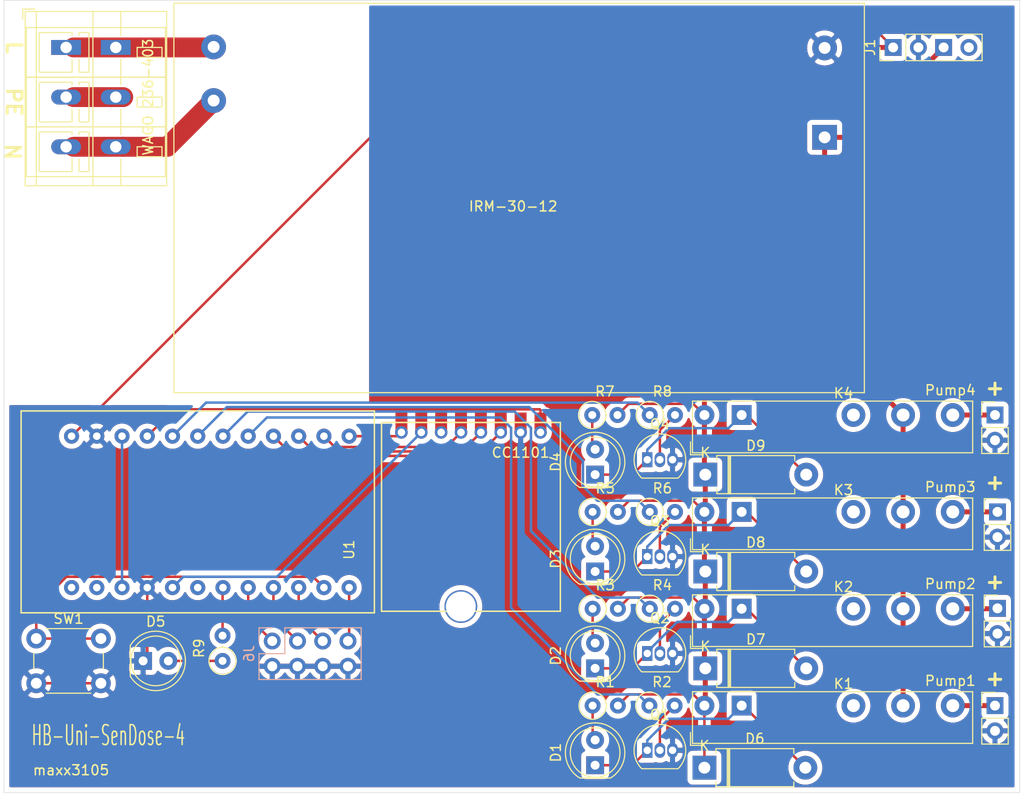
<source format=kicad_pcb>
(kicad_pcb (version 20171130) (host pcbnew "(5.1.9)-1")
  (layers (0 F.Cu signal) (31 B.Cu signal) (34 B.Paste user) (35 F.Paste user) (36 B.SilkS user) (37 F.SilkS user) (38 B.Mask user) (39 F.Mask user) (44 Edge.Cuts user))
  (net 0 "")
  (net 1 "Net-(D1-Pad2)")
  (net 2 "Net-(D1-Pad1)")
  (net 3 "Net-(D2-Pad2)")
  (net 4 "Net-(D2-Pad1)")
  (net 5 "Net-(D3-Pad2)")
  (net 6 "Net-(D3-Pad1)")
  (net 7 "Net-(D4-Pad2)")
  (net 8 "Net-(D4-Pad1)")
  (net 9 "Net-(D5-Pad2)")
  (net 10 GND)
  (net 11 +5V)
  (net 12 "Net-(J1-Pad4)")
  (net 13 "Net-(J2-Pad1)")
  (net 14 "Net-(J3-Pad1)")
  (net 15 "Net-(J4-Pad1)")
  (net 16 "Net-(J5-Pad1)")
  (net 17 /9)
  (net 18 /7)
  (net 19 /6)
  (net 20 /5)
  (net 21 "Net-(K1-Pad12)")
  (net 22 +12V)
  (net 23 "Net-(K2-Pad12)")
  (net 24 "Net-(K3-Pad12)")
  (net 25 "Net-(K4-Pad12)")
  (net 26 "Net-(PS1-Pad1)")
  (net 27 "Net-(PS1-Pad2)")
  (net 28 "Net-(Q1-Pad2)")
  (net 29 "Net-(Q2-Pad2)")
  (net 30 "Net-(Q3-Pad2)")
  (net 31 "Net-(Q4-Pad2)")
  (net 32 /A0)
  (net 33 /A1)
  (net 34 /A2)
  (net 35 /A3)
  (net 36 /4)
  (net 37 /8)
  (net 38 "Net-(U1-PadTXD)")
  (net 39 "Net-(U1-PadRXD)")
  (net 40 "Net-(U1-PadRST)")
  (net 41 /2)
  (net 42 "Net-(U1-Pad3)")
  (net 43 /10)
  (net 44 /11)
  (net 45 /12)
  (net 46 /13)
  (net 47 /VCC)
  (net 48 "Net-(U2-Pad6)")
  (module TerminalBlock_WAGO:TerminalBlock_WAGO_236-403_1x03_P5.00mm_45Degree (layer F.Cu) (at 92.25 54 270)
    (fp_text reference "WAGO 236-403" (at 5 -3.25 90) (layer F.SilkS))
    (fp_text value 236-403_334-604)
    (pad 3 thru_hole oval (at 10 5 270) (size 1.5 3) (drill 1.15) (layers *.Cu *.Mask) (net 27 "Net-(PS1-Pad2)"))
    (pad 3 thru_hole oval (at 10 0 270) (size 1.5 3) (drill 1.15) (layers *.Cu *.Mask) (net 27 "Net-(PS1-Pad2)"))
    (pad 2 thru_hole oval (at 5 5 270) (size 1.5 3) (drill 1.15) (layers *.Cu *.Mask))
    (pad 2 thru_hole oval (at 5 0 270) (size 1.5 3) (drill 1.15) (layers *.Cu *.Mask))
    (pad 1 thru_hole rect (at 0 5 270) (size 1.5 3) (drill 1.15) (layers *.Cu *.Mask) (net 26 "Net-(PS1-Pad1)"))
    (pad 1 thru_hole rect (at 0 0 270) (size 1.5 3) (drill 1.15) (layers *.Cu *.Mask) (net 26 "Net-(PS1-Pad1)"))
  )
  (module HB-Uni-SenDose-4:Converter_ACDC_MeanWell_IRM-30-xx_THT (layer F.Cu) (at 162.5 107.75 180)
    (fp_text reference IRM-30-12 (at 30.25 37.75 180) (layer F.SilkS))
    (fp_text value IRM-30-12)
    (pad 4 thru_hole circle (at 60.4 53.8) (size 2.5 2.5) (drill 1.2) (layers *.Cu *.Mask) (net 26 "Net-(PS1-Pad1)"))
    (pad 1 thru_hole rect (at -1.1 44.7) (size 2.5 2.5) (drill 1.2) (layers *.Cu *.Mask) (net 22 +12V))
    (pad 3 thru_hole circle (at 60.4 48.4) (size 2.5 2.5) (drill 1.2) (layers *.Cu *.Mask) (net 27 "Net-(PS1-Pad2)"))
    (pad 2 thru_hole circle (at -1.1 53.7) (size 2.5 2.5) (drill 1.2) (layers *.Cu *.Mask) (net 10 GND))
  )
  (module myRadioModules:CC1101_SMD_THT (layer F.Cu) (at 128 92.75 180)
    (fp_text reference U2 hide)
    (fp_text value CC1101)
    (fp_text user CC1101 (at -5 -2.032 180) (layer F.SilkS))
    (pad 1 thru_hole oval (at -7 0 180) (size 1.27 1.27) (drill 0.762) (layers *.Cu *.Mask) (net 47 /VCC))
    (pad 2 thru_hole oval (at -5 0 180) (size 1.27 1.27) (drill 0.762) (layers *.Cu *.Mask) (net 10 GND))
    (pad 3 thru_hole circle (at -3 0 180) (size 1.27 1.27) (drill 0.762) (layers *.Cu *.Mask) (net 46 /13))
    (pad 4 thru_hole circle (at -1 0 180) (size 1.27 1.27) (drill 0.762) (layers *.Cu *.Mask) (net 45 /12))
    (pad 5 thru_hole circle (at 1 0 180) (size 1.27 1.27) (drill 0.762) (layers *.Cu *.Mask) (net 44 /11))
    (pad 6 thru_hole circle (at 3 0 180) (size 1.27 1.27) (drill 0.762) (layers *.Cu *.Mask) (net 48 "Net-(U2-Pad6)"))
    (pad 7 thru_hole circle (at 5 0 180) (size 1.27 1.27) (drill 0.762) (layers *.Cu *.Mask) (net 41 /2))
    (pad 8 thru_hole circle (at 7 0 180) (size 1.27 1.27) (drill 0.762) (layers *.Cu *.Mask) (net 43 /10))
    (pad "" np_thru_hole circle (at 1.016 -17.526 180) (size 3.3 3.3) (drill 3) (layers *.Cu *.Mask))
    (pad 1 smd rect (at -7 1 180) (size 1.2 2) (layers F.Cu F.Mask) (net 47 /VCC))
    (pad 2 smd rect (at -5 1 180) (size 1.2 2) (layers F.Cu F.Mask) (net 10 GND))
    (pad 3 smd rect (at -3 1 180) (size 1.2 2) (layers F.Cu F.Mask) (net 46 /13))
    (pad 4 smd rect (at -1 1 180) (size 1.2 2) (layers F.Cu F.Mask) (net 45 /12))
    (pad 5 smd rect (at 1 1 180) (size 1.2 2) (layers F.Cu F.Mask) (net 44 /11))
    (pad 6 smd rect (at 3 1 180) (size 1.2 2) (layers F.Cu F.Mask) (net 48 "Net-(U2-Pad6)"))
    (pad 7 smd rect (at 5 1 180) (size 1.2 2) (layers F.Cu F.Mask) (net 41 /2))
    (pad 8 smd rect (at 7 1 180) (size 1.2 2) (layers F.Cu F.Mask) (net 43 /10))
  )
  (module myArduinoModules:Arduino_Pro_Mini_Outside (layer F.Cu) (at 100.5 100.75 90)
    (fp_text reference U1 (at -3.81 15.24 90) (layer F.SilkS))
    (fp_text value Arduino_Pro_Mini)
    (pad TXD thru_hole circle (at -7.62 -12.7 90) (size 1.524 1.524) (drill 0.762) (layers *.Cu *.Mask) (net 38 "Net-(U1-PadTXD)"))
    (pad RXD thru_hole circle (at -7.62 -10.16 90) (size 1.524 1.524) (drill 0.762) (layers *.Cu *.Mask) (net 39 "Net-(U1-PadRXD)"))
    (pad RST thru_hole circle (at -7.62 -7.62 90) (size 1.524 1.524) (drill 0.762) (layers *.Cu *.Mask) (net 40 "Net-(U1-PadRST)"))
    (pad GND thru_hole circle (at -7.62 -5.08 90) (size 1.524 1.524) (drill 0.762) (layers *.Cu *.Mask) (net 10 GND))
    (pad 2 thru_hole circle (at -7.62 -2.54 90) (size 1.524 1.524) (drill 0.762) (layers *.Cu *.Mask) (net 41 /2))
    (pad 3 thru_hole circle (at -7.62 0 90) (size 1.524 1.524) (drill 0.762) (layers *.Cu *.Mask) (net 42 "Net-(U1-Pad3)"))
    (pad 4 thru_hole circle (at -7.62 2.54 90) (size 1.524 1.524) (drill 0.762) (layers *.Cu *.Mask) (net 36 /4))
    (pad 5 thru_hole circle (at -7.62 5.08 90) (size 1.524 1.524) (drill 0.762) (layers *.Cu *.Mask) (net 20 /5))
    (pad 6 thru_hole circle (at -7.62 7.62 90) (size 1.524 1.524) (drill 0.762) (layers *.Cu *.Mask) (net 19 /6))
    (pad 7 thru_hole circle (at -7.62 10.16 90) (size 1.524 1.524) (drill 0.762) (layers *.Cu *.Mask) (net 18 /7))
    (pad 8 thru_hole circle (at -7.62 12.7 90) (size 1.524 1.524) (drill 0.762) (layers *.Cu *.Mask) (net 37 /8))
    (pad 9 thru_hole circle (at -7.62 15.24 90) (size 1.524 1.524) (drill 0.762) (layers *.Cu *.Mask) (net 17 /9))
    (pad 10 thru_hole circle (at 7.62 15.24 90) (size 1.524 1.524) (drill 0.762) (layers *.Cu *.Mask) (net 43 /10))
    (pad 11 thru_hole circle (at 7.62 12.7 90) (size 1.524 1.524) (drill 0.762) (layers *.Cu *.Mask) (net 44 /11))
    (pad 12 thru_hole circle (at 7.62 10.16 90) (size 1.524 1.524) (drill 0.762) (layers *.Cu *.Mask) (net 45 /12))
    (pad 13 thru_hole circle (at 7.62 7.62 90) (size 1.524 1.524) (drill 0.762) (layers *.Cu *.Mask) (net 46 /13))
    (pad A0 thru_hole circle (at 7.62 5.08 90) (size 1.524 1.524) (drill 0.762) (layers *.Cu *.Mask) (net 32 /A0))
    (pad A1 thru_hole circle (at 7.62 2.54 90) (size 1.524 1.524) (drill 0.762) (layers *.Cu *.Mask) (net 33 /A1))
    (pad A2 thru_hole circle (at 7.62 0 90) (size 1.524 1.524) (drill 0.762) (layers *.Cu *.Mask) (net 34 /A2))
    (pad A3 thru_hole circle (at 7.62 -2.54 90) (size 1.524 1.524) (drill 0.762) (layers *.Cu *.Mask) (net 35 /A3))
    (pad VCC thru_hole circle (at 7.62 -5.08 90) (size 1.524 1.524) (drill 0.762) (layers *.Cu *.Mask) (net 47 /VCC))
    (pad RST thru_hole circle (at 7.62 -7.62 90) (size 1.524 1.524) (drill 0.762) (layers *.Cu *.Mask) (net 40 "Net-(U1-PadRST)"))
    (pad GND thru_hole circle (at 7.62 -10.16 90) (size 1.524 1.524) (drill 0.762) (layers *.Cu *.Mask) (net 10 GND))
    (pad RAW thru_hole circle (at 7.62 -12.7 90) (size 1.524 1.524) (drill 0.762) (layers *.Cu *.Mask) (net 11 +5V))
  )
  (module Button_Switch_THT:SW_PUSH_6mm_H4.3mm (layer F.Cu) (at 84.25 113.5)
    (fp_text reference SW1 (at 3.25 -2) (layer F.SilkS))
    (fp_text value Config)
    (pad 1 thru_hole circle (at 6.5 0 90) (size 2 2) (drill 1.1) (layers *.Cu *.Mask) (net 37 /8))
    (pad 2 thru_hole circle (at 6.5 4.5 90) (size 2 2) (drill 1.1) (layers *.Cu *.Mask) (net 10 GND))
    (pad 1 thru_hole circle (at 0 0 90) (size 2 2) (drill 1.1) (layers *.Cu *.Mask) (net 37 /8))
    (pad 2 thru_hole circle (at 0 4.5 90) (size 2 2) (drill 1.1) (layers *.Cu *.Mask) (net 10 GND))
  )
  (module Resistor_THT:R_Axial_DIN0207_L6.3mm_D2.5mm_P2.54mm_Vertical (layer F.Cu) (at 103 115.75 90)
    (fp_text reference R9 (at 1.27 -2.37 90) (layer F.SilkS))
    (fp_text value 330)
    (pad 2 thru_hole oval (at 2.54 0 90) (size 1.6 1.6) (drill 0.8) (layers *.Cu *.Mask) (net 36 /4))
    (pad 1 thru_hole circle (at 0 0 90) (size 1.6 1.6) (drill 0.8) (layers *.Cu *.Mask) (net 9 "Net-(D5-Pad2)"))
  )
  (module Resistor_THT:R_Axial_DIN0207_L6.3mm_D2.5mm_P2.54mm_Vertical (layer F.Cu) (at 146 91)
    (fp_text reference R8 (at 1.27 -2.37) (layer F.SilkS))
    (fp_text value 100)
    (pad 2 thru_hole oval (at 2.54 0) (size 1.6 1.6) (drill 0.8) (layers *.Cu *.Mask) (net 31 "Net-(Q4-Pad2)"))
    (pad 1 thru_hole circle (at 0 0) (size 1.6 1.6) (drill 0.8) (layers *.Cu *.Mask) (net 35 /A3))
  )
  (module Resistor_THT:R_Axial_DIN0207_L6.3mm_D2.5mm_P2.54mm_Vertical (layer F.Cu) (at 140.21 91)
    (fp_text reference R7 (at 1.27 -2.37) (layer F.SilkS))
    (fp_text value 330)
    (pad 2 thru_hole oval (at 2.54 0) (size 1.6 1.6) (drill 0.8) (layers *.Cu *.Mask) (net 11 +5V))
    (pad 1 thru_hole circle (at 0 0) (size 1.6 1.6) (drill 0.8) (layers *.Cu *.Mask) (net 7 "Net-(D4-Pad2)"))
  )
  (module Resistor_THT:R_Axial_DIN0207_L6.3mm_D2.5mm_P2.54mm_Vertical (layer F.Cu) (at 146 100.75)
    (fp_text reference R6 (at 1.27 -2.37) (layer F.SilkS))
    (fp_text value 100)
    (pad 2 thru_hole oval (at 2.54 0) (size 1.6 1.6) (drill 0.8) (layers *.Cu *.Mask) (net 30 "Net-(Q3-Pad2)"))
    (pad 1 thru_hole circle (at 0 0) (size 1.6 1.6) (drill 0.8) (layers *.Cu *.Mask) (net 34 /A2))
  )
  (module Resistor_THT:R_Axial_DIN0207_L6.3mm_D2.5mm_P2.54mm_Vertical (layer F.Cu) (at 140.25 100.75)
    (fp_text reference R5 (at 1.27 -2.37) (layer F.SilkS))
    (fp_text value 330)
    (pad 2 thru_hole oval (at 2.54 0) (size 1.6 1.6) (drill 0.8) (layers *.Cu *.Mask) (net 11 +5V))
    (pad 1 thru_hole circle (at 0 0) (size 1.6 1.6) (drill 0.8) (layers *.Cu *.Mask) (net 5 "Net-(D3-Pad2)"))
  )
  (module Resistor_THT:R_Axial_DIN0207_L6.3mm_D2.5mm_P2.54mm_Vertical (layer F.Cu) (at 146 110.5)
    (fp_text reference R4 (at 1.27 -2.37) (layer F.SilkS))
    (fp_text value 100)
    (pad 2 thru_hole oval (at 2.54 0) (size 1.6 1.6) (drill 0.8) (layers *.Cu *.Mask) (net 29 "Net-(Q2-Pad2)"))
    (pad 1 thru_hole circle (at 0 0) (size 1.6 1.6) (drill 0.8) (layers *.Cu *.Mask) (net 33 /A1))
  )
  (module Resistor_THT:R_Axial_DIN0207_L6.3mm_D2.5mm_P2.54mm_Vertical (layer F.Cu) (at 140.25 110.5)
    (fp_text reference R3 (at 1.27 -2.37) (layer F.SilkS))
    (fp_text value 330)
    (pad 2 thru_hole oval (at 2.54 0) (size 1.6 1.6) (drill 0.8) (layers *.Cu *.Mask) (net 11 +5V))
    (pad 1 thru_hole circle (at 0 0) (size 1.6 1.6) (drill 0.8) (layers *.Cu *.Mask) (net 3 "Net-(D2-Pad2)"))
  )
  (module Resistor_THT:R_Axial_DIN0207_L6.3mm_D2.5mm_P2.54mm_Vertical (layer F.Cu) (at 145.96 120.25)
    (fp_text reference R2 (at 1.27 -2.37) (layer F.SilkS))
    (fp_text value 100)
    (pad 2 thru_hole oval (at 2.54 0) (size 1.6 1.6) (drill 0.8) (layers *.Cu *.Mask) (net 28 "Net-(Q1-Pad2)"))
    (pad 1 thru_hole circle (at 0 0) (size 1.6 1.6) (drill 0.8) (layers *.Cu *.Mask) (net 32 /A0))
  )
  (module Resistor_THT:R_Axial_DIN0207_L6.3mm_D2.5mm_P2.54mm_Vertical (layer F.Cu) (at 140.25 120.25)
    (fp_text reference R1 (at 1.27 -2.37) (layer F.SilkS))
    (fp_text value 330)
    (pad 2 thru_hole oval (at 2.54 0) (size 1.6 1.6) (drill 0.8) (layers *.Cu *.Mask) (net 11 +5V))
    (pad 1 thru_hole circle (at 0 0) (size 1.6 1.6) (drill 0.8) (layers *.Cu *.Mask) (net 1 "Net-(D1-Pad2)"))
  )
  (module Package_TO_SOT_THT:TO-92_Inline (layer F.Cu) (at 145.75 95.5)
    (fp_text reference Q4 (at 1.27 -3.56) (layer F.SilkS))
    (fp_text value BC547)
    (pad 1 thru_hole rect (at 0 0) (size 1.05 1.5) (drill 0.75) (layers *.Cu *.Mask) (net 8 "Net-(D4-Pad1)"))
    (pad 3 thru_hole oval (at 2.54 0) (size 1.05 1.5) (drill 0.75) (layers *.Cu *.Mask) (net 10 GND))
    (pad 2 thru_hole oval (at 1.27 0) (size 1.05 1.5) (drill 0.75) (layers *.Cu *.Mask) (net 31 "Net-(Q4-Pad2)"))
  )
  (module Package_TO_SOT_THT:TO-92_Inline (layer F.Cu) (at 145.75 105.25)
    (fp_text reference Q3 (at 1.27 -3.56) (layer F.SilkS))
    (fp_text value BC547)
    (pad 1 thru_hole rect (at 0 0) (size 1.05 1.5) (drill 0.75) (layers *.Cu *.Mask) (net 6 "Net-(D3-Pad1)"))
    (pad 3 thru_hole oval (at 2.54 0) (size 1.05 1.5) (drill 0.75) (layers *.Cu *.Mask) (net 10 GND))
    (pad 2 thru_hole oval (at 1.27 0) (size 1.05 1.5) (drill 0.75) (layers *.Cu *.Mask) (net 30 "Net-(Q3-Pad2)"))
  )
  (module Package_TO_SOT_THT:TO-92_Inline (layer F.Cu) (at 145.75 115)
    (fp_text reference Q2 (at 1.27 -3.56) (layer F.SilkS))
    (fp_text value BC547)
    (pad 1 thru_hole rect (at 0 0) (size 1.05 1.5) (drill 0.75) (layers *.Cu *.Mask) (net 4 "Net-(D2-Pad1)"))
    (pad 3 thru_hole oval (at 2.54 0) (size 1.05 1.5) (drill 0.75) (layers *.Cu *.Mask) (net 10 GND))
    (pad 2 thru_hole oval (at 1.27 0) (size 1.05 1.5) (drill 0.75) (layers *.Cu *.Mask) (net 29 "Net-(Q2-Pad2)"))
  )
  (module Package_TO_SOT_THT:TO-92_Inline (layer F.Cu) (at 145.75 124.75)
    (fp_text reference Q1 (at 1.27 -3.56) (layer F.SilkS))
    (fp_text value BC547)
    (pad 1 thru_hole rect (at 0 0) (size 1.05 1.5) (drill 0.75) (layers *.Cu *.Mask) (net 2 "Net-(D1-Pad1)"))
    (pad 3 thru_hole oval (at 2.54 0) (size 1.05 1.5) (drill 0.75) (layers *.Cu *.Mask) (net 10 GND))
    (pad 2 thru_hole oval (at 1.27 0) (size 1.05 1.5) (drill 0.75) (layers *.Cu *.Mask) (net 28 "Net-(Q1-Pad2)"))
  )
  (module Relay_THT:Relay_SPDT_Finder_34.51_Vertical (layer F.Cu) (at 155.25 91)
    (fp_text reference K4 (at 10.25 -2.2) (layer F.SilkS))
    (fp_text value "FTR LYCA 05V ")
    (pad A2 thru_hole circle (at -3.75 0) (size 2 2) (drill 1) (layers *.Cu *.Mask) (net 11 +5V))
    (pad A1 thru_hole rect (at 0 0) (size 2 2) (drill 1) (layers *.Cu *.Mask) (net 8 "Net-(D4-Pad1)"))
    (pad 12 thru_hole circle (at 11.25 0) (size 2.4 2.4) (drill 1.3) (layers *.Cu *.Mask) (net 25 "Net-(K4-Pad12)"))
    (pad 11 thru_hole circle (at 16.25 0) (size 2.4 2.4) (drill 1.3) (layers *.Cu *.Mask) (net 22 +12V))
    (pad 14 thru_hole circle (at 21.25 0) (size 2.4 2.4) (drill 1.3) (layers *.Cu *.Mask) (net 16 "Net-(J5-Pad1)"))
  )
  (module Relay_THT:Relay_SPDT_Finder_34.51_Vertical (layer F.Cu) (at 155.25 100.75)
    (fp_text reference K3 (at 10.25 -2.2) (layer F.SilkS))
    (fp_text value "FTR LYCA 05V")
    (pad A2 thru_hole circle (at -3.75 0) (size 2 2) (drill 1) (layers *.Cu *.Mask) (net 11 +5V))
    (pad A1 thru_hole rect (at 0 0) (size 2 2) (drill 1) (layers *.Cu *.Mask) (net 6 "Net-(D3-Pad1)"))
    (pad 12 thru_hole circle (at 11.25 0) (size 2.4 2.4) (drill 1.3) (layers *.Cu *.Mask) (net 24 "Net-(K3-Pad12)"))
    (pad 11 thru_hole circle (at 16.25 0) (size 2.4 2.4) (drill 1.3) (layers *.Cu *.Mask) (net 22 +12V))
    (pad 14 thru_hole circle (at 21.25 0) (size 2.4 2.4) (drill 1.3) (layers *.Cu *.Mask) (net 15 "Net-(J4-Pad1)"))
  )
  (module Relay_THT:Relay_SPDT_Finder_34.51_Vertical (layer F.Cu) (at 155.25 110.5)
    (fp_text reference K2 (at 10.25 -2.2) (layer F.SilkS))
    (fp_text value "FTR LYCA 05V")
    (pad A2 thru_hole circle (at -3.75 0) (size 2 2) (drill 1) (layers *.Cu *.Mask) (net 11 +5V))
    (pad A1 thru_hole rect (at 0 0) (size 2 2) (drill 1) (layers *.Cu *.Mask) (net 4 "Net-(D2-Pad1)"))
    (pad 12 thru_hole circle (at 11.25 0) (size 2.4 2.4) (drill 1.3) (layers *.Cu *.Mask) (net 23 "Net-(K2-Pad12)"))
    (pad 11 thru_hole circle (at 16.25 0) (size 2.4 2.4) (drill 1.3) (layers *.Cu *.Mask) (net 22 +12V))
    (pad 14 thru_hole circle (at 21.25 0) (size 2.4 2.4) (drill 1.3) (layers *.Cu *.Mask) (net 14 "Net-(J3-Pad1)"))
  )
  (module Relay_THT:Relay_SPDT_Finder_34.51_Vertical (layer F.Cu) (at 155.25 120.25)
    (fp_text reference K1 (at 10.25 -2.2) (layer F.SilkS))
    (fp_text value "FTR LYCA 05V")
    (pad A2 thru_hole circle (at -3.75 0) (size 2 2) (drill 1) (layers *.Cu *.Mask) (net 11 +5V))
    (pad A1 thru_hole rect (at 0 0) (size 2 2) (drill 1) (layers *.Cu *.Mask) (net 2 "Net-(D1-Pad1)"))
    (pad 12 thru_hole circle (at 11.25 0) (size 2.4 2.4) (drill 1.3) (layers *.Cu *.Mask) (net 21 "Net-(K1-Pad12)"))
    (pad 11 thru_hole circle (at 16.25 0) (size 2.4 2.4) (drill 1.3) (layers *.Cu *.Mask) (net 22 +12V))
    (pad 14 thru_hole circle (at 21.25 0) (size 2.4 2.4) (drill 1.3) (layers *.Cu *.Mask) (net 13 "Net-(J2-Pad1)"))
  )
  (module Connector_PinHeader_2.54mm:PinHeader_2x04_P2.54mm_Vertical (layer B.Cu) (at 108 113.75 270)
    (fp_text reference J6 (at 1.27 2.33 270) (layer B.SilkS) (effects (justify mirror)))
    (fp_text value Switch)
    (pad 8 thru_hole oval (at 2.54 -7.62 270) (size 1.7 1.7) (drill 1) (layers *.Cu *.Mask) (net 10 GND))
    (pad 7 thru_hole oval (at 0 -7.62 270) (size 1.7 1.7) (drill 1) (layers *.Cu *.Mask) (net 17 /9))
    (pad 6 thru_hole oval (at 2.54 -5.08 270) (size 1.7 1.7) (drill 1) (layers *.Cu *.Mask) (net 10 GND))
    (pad 5 thru_hole oval (at 0 -5.08 270) (size 1.7 1.7) (drill 1) (layers *.Cu *.Mask) (net 18 /7))
    (pad 4 thru_hole oval (at 2.54 -2.54 270) (size 1.7 1.7) (drill 1) (layers *.Cu *.Mask) (net 10 GND))
    (pad 3 thru_hole oval (at 0 -2.54 270) (size 1.7 1.7) (drill 1) (layers *.Cu *.Mask) (net 19 /6))
    (pad 2 thru_hole oval (at 2.54 0 270) (size 1.7 1.7) (drill 1) (layers *.Cu *.Mask) (net 10 GND))
    (pad 1 thru_hole oval (at 0 0 270) (size 1.7 1.7) (drill 1) (layers *.Cu *.Mask) (net 20 /5))
  )
  (module Connector_PinHeader_2.54mm:PinHeader_1x02_P2.54mm_Vertical (layer F.Cu) (at 180.75 91)
    (fp_text reference Pump4 (at -4.5 -2.5) (layer F.SilkS))
    (fp_text value Pump4)
    (pad 2 thru_hole oval (at 0 2.54) (size 1.7 1.7) (drill 1) (layers *.Cu *.Mask) (net 10 GND))
    (pad 1 thru_hole rect (at 0 0) (size 1.7 1.7) (drill 1) (layers *.Cu *.Mask) (net 16 "Net-(J5-Pad1)"))
  )
  (module Connector_PinHeader_2.54mm:PinHeader_1x02_P2.54mm_Vertical (layer F.Cu) (at 181 100.75)
    (fp_text reference Pump3 (at -4.75 -2.5) (layer F.SilkS))
    (fp_text value Pump3)
    (pad 2 thru_hole oval (at 0 2.54) (size 1.7 1.7) (drill 1) (layers *.Cu *.Mask) (net 10 GND))
    (pad 1 thru_hole rect (at 0 0) (size 1.7 1.7) (drill 1) (layers *.Cu *.Mask) (net 15 "Net-(J4-Pad1)"))
  )
  (module Connector_PinHeader_2.54mm:PinHeader_1x02_P2.54mm_Vertical (layer F.Cu) (at 181 110.46)
    (fp_text reference Pump2 (at -4.75 -2.46) (layer F.SilkS))
    (fp_text value Pump2)
    (pad 2 thru_hole oval (at 0 2.54) (size 1.7 1.7) (drill 1) (layers *.Cu *.Mask) (net 10 GND))
    (pad 1 thru_hole rect (at 0 0) (size 1.7 1.7) (drill 1) (layers *.Cu *.Mask) (net 14 "Net-(J3-Pad1)"))
  )
  (module Connector_PinHeader_2.54mm:PinHeader_1x02_P2.54mm_Vertical (layer F.Cu) (at 180.75 120.25)
    (fp_text reference Pump1 (at -4.5 -2.5) (layer F.SilkS))
    (fp_text value Pump1)
    (pad 2 thru_hole oval (at 0 2.54) (size 1.7 1.7) (drill 1) (layers *.Cu *.Mask) (net 10 GND))
    (pad 1 thru_hole rect (at 0 0) (size 1.7 1.7) (drill 1) (layers *.Cu *.Mask) (net 13 "Net-(J2-Pad1)"))
  )
  (module Connector_PinHeader_2.54mm:PinHeader_1x04_P2.54mm_Vertical (layer F.Cu) (at 170.5 54 90)
    (fp_text reference J1 (at 0 -2.33 90) (layer F.SilkS))
    (fp_text value "DCDC Con")
    (pad 4 thru_hole oval (at 0 7.62 90) (size 1.7 1.7) (drill 1) (layers *.Cu *.Mask) (net 12 "Net-(J1-Pad4)"))
    (pad 3 thru_hole rect (at 0 5.08 90) (size 1.7 1.7) (drill 1) (layers *.Cu *.Mask) (net 22 +12V))
    (pad 2 thru_hole oval (at 0 2.54 90) (size 1.7 1.7) (drill 1) (layers *.Cu *.Mask) (net 10 GND))
    (pad 1 thru_hole rect (at 0 0 90) (size 1.7 1.7) (drill 1) (layers *.Cu *.Mask) (net 11 +5V))
  )
  (module Diode_THT:D_DO-15_P10.16mm_Horizontal (layer F.Cu) (at 151.59 97)
    (fp_text reference D9 (at 5.08 -2.92) (layer F.SilkS))
    (fp_text value 1N4001)
    (fp_text user K (at 0 -2.2) (layer F.SilkS))
    (pad 2 thru_hole oval (at 10.16 0) (size 2.4 2.4) (drill 1.2) (layers *.Cu *.Mask) (net 8 "Net-(D4-Pad1)"))
    (pad 1 thru_hole rect (at 0 0) (size 2.4 2.4) (drill 1.2) (layers *.Cu *.Mask) (net 11 +5V))
  )
  (module Diode_THT:D_DO-15_P10.16mm_Horizontal (layer F.Cu) (at 151.59 106.75)
    (fp_text reference D8 (at 5.08 -2.92) (layer F.SilkS))
    (fp_text value 1N4001)
    (fp_text user K (at 0 -2.2) (layer F.SilkS))
    (pad 2 thru_hole oval (at 10.16 0) (size 2.4 2.4) (drill 1.2) (layers *.Cu *.Mask) (net 6 "Net-(D3-Pad1)"))
    (pad 1 thru_hole rect (at 0 0) (size 2.4 2.4) (drill 1.2) (layers *.Cu *.Mask) (net 11 +5V))
  )
  (module Diode_THT:D_DO-15_P10.16mm_Horizontal (layer F.Cu) (at 151.59 116.5)
    (fp_text reference D7 (at 5.08 -2.92) (layer F.SilkS))
    (fp_text value 1N4001)
    (fp_text user K (at 0 -2.2) (layer F.SilkS))
    (pad 2 thru_hole oval (at 10.16 0) (size 2.4 2.4) (drill 1.2) (layers *.Cu *.Mask) (net 4 "Net-(D2-Pad1)"))
    (pad 1 thru_hole rect (at 0 0) (size 2.4 2.4) (drill 1.2) (layers *.Cu *.Mask) (net 11 +5V))
  )
  (module Diode_THT:D_DO-15_P10.16mm_Horizontal (layer F.Cu) (at 151.5 126.5)
    (fp_text reference D6 (at 5.08 -2.92) (layer F.SilkS))
    (fp_text value 1N4001)
    (fp_text user K (at 0 -2.2) (layer F.SilkS))
    (pad 2 thru_hole oval (at 10.16 0) (size 2.4 2.4) (drill 1.2) (layers *.Cu *.Mask) (net 2 "Net-(D1-Pad1)"))
    (pad 1 thru_hole rect (at 0 0) (size 2.4 2.4) (drill 1.2) (layers *.Cu *.Mask) (net 11 +5V))
  )
  (module LED_THT:LED_D5.0mm (layer F.Cu) (at 95 115.75)
    (fp_text reference D5 (at 1.27 -3.96) (layer F.SilkS))
    (fp_text value LED4)
    (pad 2 thru_hole circle (at 2.54 0) (size 1.8 1.8) (drill 0.9) (layers *.Cu *.Mask) (net 9 "Net-(D5-Pad2)"))
    (pad 1 thru_hole rect (at 0 0) (size 1.8 1.8) (drill 0.9) (layers *.Cu *.Mask) (net 10 GND))
  )
  (module LED_THT:LED_D5.0mm (layer F.Cu) (at 140.5 97 90)
    (fp_text reference D4 (at 1.27 -3.96 90) (layer F.SilkS))
    (fp_text value LED3)
    (pad 2 thru_hole circle (at 2.54 0 90) (size 1.8 1.8) (drill 0.9) (layers *.Cu *.Mask) (net 7 "Net-(D4-Pad2)"))
    (pad 1 thru_hole rect (at 0 0 90) (size 1.8 1.8) (drill 0.9) (layers *.Cu *.Mask) (net 8 "Net-(D4-Pad1)"))
  )
  (module LED_THT:LED_D5.0mm (layer F.Cu) (at 140.5 106.75 90)
    (fp_text reference D3 (at 1.27 -3.96 90) (layer F.SilkS))
    (fp_text value LED2)
    (pad 2 thru_hole circle (at 2.54 0 90) (size 1.8 1.8) (drill 0.9) (layers *.Cu *.Mask) (net 5 "Net-(D3-Pad2)"))
    (pad 1 thru_hole rect (at 0 0 90) (size 1.8 1.8) (drill 0.9) (layers *.Cu *.Mask) (net 6 "Net-(D3-Pad1)"))
  )
  (module LED_THT:LED_D5.0mm (layer F.Cu) (at 140.5 116.5 90)
    (fp_text reference D2 (at 1.27 -3.96 90) (layer F.SilkS))
    (fp_text value LED1)
    (pad 2 thru_hole circle (at 2.54 0 90) (size 1.8 1.8) (drill 0.9) (layers *.Cu *.Mask) (net 3 "Net-(D2-Pad2)"))
    (pad 1 thru_hole rect (at 0 0 90) (size 1.8 1.8) (drill 0.9) (layers *.Cu *.Mask) (net 4 "Net-(D2-Pad1)"))
  )
  (module LED_THT:LED_D5.0mm (layer F.Cu) (at 140.5 126.25 90)
    (fp_text reference D1 (at 1.27 -3.96 90) (layer F.SilkS))
    (fp_text value LED)
    (pad 2 thru_hole circle (at 2.54 0 90) (size 1.8 1.8) (drill 0.9) (layers *.Cu *.Mask) (net 1 "Net-(D1-Pad2)"))
    (pad 1 thru_hole rect (at 0 0 90) (size 1.8 1.8) (drill 0.9) (layers *.Cu *.Mask) (net 2 "Net-(D1-Pad1)"))
  )
  (gr_text PE (at 82 59.5 270) (layer F.SilkS) (effects (font (size 1.5 1.5) (thickness 0.3))))
  (gr_text L (at 82 54 270) (layer F.SilkS) (effects (font (size 1.5 1.5) (thickness 0.3))))
  (gr_text N (at 82 64.5 90) (layer F.SilkS) (effects (font (size 1.5 1.5) (thickness 0.3))))
  (gr_text + (at 180.75 117.5) (layer F.SilkS) (effects (font (size 1.5 1.5) (thickness 0.3))))
  (gr_text + (at 180.75 107.75) (layer F.SilkS) (effects (font (size 1.5 1.5) (thickness 0.3))))
  (gr_text + (at 180.75 97.75) (layer F.SilkS) (effects (font (size 1.5 1.5) (thickness 0.3))))
  (gr_text + (at 180.75 88.25) (layer F.SilkS) (effects (font (size 1.5 1.5) (thickness 0.3))))
  (gr_text maxx3105 (at 87.75 126.75) (layer F.SilkS) (effects (font (size 1 1))))
  (gr_text HB-Uni-SenDose-4 (at 91.5 123.25) (layer F.SilkS) (effects (font (size 2 1))))
  (gr_line (start 183.25 129) (end 183.25 128.5) (layer Edge.Cuts) (width 0.05))
  (gr_line (start 81 129) (end 183.25 129) (layer Edge.Cuts) (width 0.05))
  (gr_line (start 81 49.25) (end 81 129) (layer Edge.Cuts) (width 0.05))
  (gr_line (start 183.25 49.25) (end 81 49.25) (layer Edge.Cuts) (width 0.05))
  (gr_line (start 183.25 128.5) (end 183.25 49.25) (layer Edge.Cuts) (width 0.05))
  (segment (start 88 59) (end 93 59) (width 2) (layer F.Cu) (net 0))
  (segment (start 140.25 123.46) (end 140.5 123.71) (width 0.25) (layer F.Cu) (net 1))
  (segment (start 140.25 120.25) (end 140.25 123.46) (width 0.25) (layer F.Cu) (net 1))
  (segment (start 144.25 126.25) (end 145.75 124.75) (width 0.25) (layer F.Cu) (net 2))
  (segment (start 140.5 126.25) (end 144.25 126.25) (width 0.25) (layer F.Cu) (net 2))
  (segment (start 155.41 120.25) (end 161.66 126.5) (width 0.25) (layer F.Cu) (net 2))
  (segment (start 155.25 120.25) (end 155.41 120.25) (width 0.25) (layer F.Cu) (net 2))
  (segment (start 153.924999 121.575001) (end 155.25 120.25) (width 0.25) (layer B.Cu) (net 2))
  (segment (start 147.924999 121.575001) (end 153.924999 121.575001) (width 0.25) (layer B.Cu) (net 2))
  (segment (start 145.75 123.75) (end 147.924999 121.575001) (width 0.25) (layer B.Cu) (net 2))
  (segment (start 145.75 124.75) (end 145.75 123.75) (width 0.25) (layer B.Cu) (net 2))
  (segment (start 140.25 113.71) (end 140.5 113.96) (width 0.25) (layer F.Cu) (net 3))
  (segment (start 140.25 110.5) (end 140.25 113.71) (width 0.25) (layer F.Cu) (net 3))
  (segment (start 144.25 116.5) (end 145.75 115) (width 0.25) (layer F.Cu) (net 4))
  (segment (start 140.5 116.5) (end 144.25 116.5) (width 0.25) (layer F.Cu) (net 4))
  (segment (start 155.75 110.5) (end 161.75 116.5) (width 0.25) (layer F.Cu) (net 4))
  (segment (start 155.25 110.5) (end 155.75 110.5) (width 0.25) (layer F.Cu) (net 4))
  (segment (start 153.924999 111.825001) (end 155.25 110.5) (width 0.25) (layer B.Cu) (net 4))
  (segment (start 148.767904 111.825001) (end 153.924999 111.825001) (width 0.25) (layer B.Cu) (net 4))
  (segment (start 146.16999 114.422915) (end 148.767904 111.825001) (width 0.25) (layer B.Cu) (net 4))
  (segment (start 146.16999 114.58001) (end 146.16999 114.422915) (width 0.25) (layer B.Cu) (net 4))
  (segment (start 145.75 115) (end 146.16999 114.58001) (width 0.25) (layer B.Cu) (net 4))
  (segment (start 140.25 103.96) (end 140.5 104.21) (width 0.25) (layer F.Cu) (net 5))
  (segment (start 140.25 100.75) (end 140.25 103.96) (width 0.25) (layer F.Cu) (net 5))
  (segment (start 144.25 106.75) (end 145.75 105.25) (width 0.25) (layer F.Cu) (net 6))
  (segment (start 140.5 106.75) (end 144.25 106.75) (width 0.25) (layer F.Cu) (net 6))
  (segment (start 155.75 100.75) (end 161.75 106.75) (width 0.25) (layer F.Cu) (net 6))
  (segment (start 155.25 100.75) (end 155.75 100.75) (width 0.25) (layer F.Cu) (net 6))
  (segment (start 153.924999 102.075001) (end 155.25 100.75) (width 0.25) (layer B.Cu) (net 6))
  (segment (start 147.924999 102.075001) (end 153.924999 102.075001) (width 0.25) (layer B.Cu) (net 6))
  (segment (start 145.75 104.25) (end 147.924999 102.075001) (width 0.25) (layer B.Cu) (net 6))
  (segment (start 145.75 105.25) (end 145.75 104.25) (width 0.25) (layer B.Cu) (net 6))
  (segment (start 140.21 94.17) (end 140.5 94.46) (width 0.25) (layer F.Cu) (net 7))
  (segment (start 140.21 91) (end 140.21 94.17) (width 0.25) (layer F.Cu) (net 7))
  (segment (start 144.25 97) (end 145.75 95.5) (width 0.25) (layer F.Cu) (net 8))
  (segment (start 140.5 97) (end 144.25 97) (width 0.25) (layer F.Cu) (net 8))
  (segment (start 155.75 91) (end 161.75 97) (width 0.25) (layer F.Cu) (net 8))
  (segment (start 155.25 91) (end 155.75 91) (width 0.25) (layer F.Cu) (net 8))
  (segment (start 153.924999 92.325001) (end 155.25 91) (width 0.25) (layer B.Cu) (net 8))
  (segment (start 147.924999 92.325001) (end 153.924999 92.325001) (width 0.25) (layer B.Cu) (net 8))
  (segment (start 145.75 94.5) (end 147.924999 92.325001) (width 0.25) (layer B.Cu) (net 8))
  (segment (start 145.75 95.5) (end 145.75 94.5) (width 0.25) (layer B.Cu) (net 8))
  (segment (start 97.54 115.75) (end 103 115.75) (width 0.25) (layer F.Cu) (net 9))
  (segment (start 95.42 115.33) (end 95 115.75) (width 0.25) (layer F.Cu) (net 10))
  (segment (start 95.42 108.37) (end 95.42 115.33) (width 0.25) (layer F.Cu) (net 10))
  (segment (start 93 115.75) (end 90.75 118) (width 0.25) (layer F.Cu) (net 10))
  (segment (start 95 115.75) (end 93 115.75) (width 0.25) (layer F.Cu) (net 10))
  (segment (start 90.75 118) (end 84.25 118) (width 0.25) (layer F.Cu) (net 10))
  (segment (start 150.374999 89.874999) (end 151.5 91) (width 0.25) (layer F.Cu) (net 11))
  (segment (start 143.875001 89.874999) (end 150.374999 89.874999) (width 0.25) (layer F.Cu) (net 11))
  (segment (start 142.75 91) (end 143.875001 89.874999) (width 0.25) (layer F.Cu) (net 11))
  (segment (start 150.374999 99.624999) (end 151.5 100.75) (width 0.25) (layer F.Cu) (net 11))
  (segment (start 143.915001 99.624999) (end 150.374999 99.624999) (width 0.25) (layer F.Cu) (net 11))
  (segment (start 142.79 100.75) (end 143.915001 99.624999) (width 0.25) (layer F.Cu) (net 11))
  (segment (start 150.374999 109.374999) (end 151.5 110.5) (width 0.25) (layer F.Cu) (net 11))
  (segment (start 143.915001 109.374999) (end 150.374999 109.374999) (width 0.25) (layer F.Cu) (net 11))
  (segment (start 142.79 110.5) (end 143.915001 109.374999) (width 0.25) (layer F.Cu) (net 11))
  (segment (start 150.374999 119.124999) (end 151.5 120.25) (width 0.25) (layer F.Cu) (net 11))
  (segment (start 143.915001 119.124999) (end 150.374999 119.124999) (width 0.25) (layer F.Cu) (net 11))
  (segment (start 142.79 120.25) (end 143.915001 119.124999) (width 0.25) (layer F.Cu) (net 11))
  (segment (start 151.5 96.91) (end 151.59 97) (width 0.25) (layer F.Cu) (net 11))
  (segment (start 151.5 91) (end 151.5 96.91) (width 0.5) (layer F.Cu) (net 11))
  (segment (start 151.59 100.66) (end 151.5 100.75) (width 0.25) (layer F.Cu) (net 11))
  (segment (start 151.59 97) (end 151.59 100.66) (width 0.5) (layer F.Cu) (net 11))
  (segment (start 151.5 106.66) (end 151.59 106.75) (width 0.25) (layer F.Cu) (net 11))
  (segment (start 151.5 100.75) (end 151.5 106.66) (width 0.5) (layer F.Cu) (net 11))
  (segment (start 151.59 110.41) (end 151.5 110.5) (width 0.25) (layer F.Cu) (net 11))
  (segment (start 151.59 106.75) (end 151.59 110.41) (width 0.5) (layer F.Cu) (net 11))
  (segment (start 151.5 116.41) (end 151.59 116.5) (width 0.25) (layer F.Cu) (net 11))
  (segment (start 151.5 110.5) (end 151.5 116.41) (width 0.5) (layer F.Cu) (net 11))
  (segment (start 151.59 120.16) (end 151.5 120.25) (width 0.25) (layer F.Cu) (net 11))
  (segment (start 151.59 116.5) (end 151.59 120.16) (width 0.5) (layer F.Cu) (net 11))
  (segment (start 151.5 120.25) (end 151.5 126.5) (width 0.25) (layer F.Cu) (net 11))
  (segment (start 151.5 91) (end 151.5 72.064998) (width 0.5) (layer F.Cu) (net 11))
  (segment (start 128.93 52) (end 87.8 93.13) (width 0.25) (layer F.Cu) (net 11))
  (segment (start 130.43 50.5) (end 128.93 52) (width 0.25) (layer F.Cu) (net 11))
  (segment (start 167 50.5) (end 130.43 50.5) (width 0.25) (layer F.Cu) (net 11))
  (segment (start 170.5 54) (end 167 50.5) (width 0.25) (layer F.Cu) (net 11))
  (segment (start 170.5 54) (end 168.25 54) (width 0.5) (layer F.Cu) (net 11))
  (segment (start 168.25 54) (end 151.5 70.75) (width 0.5) (layer F.Cu) (net 11))
  (segment (start 151.5 70.75) (end 151.5 72.064998) (width 0.5) (layer F.Cu) (net 11))
  (segment (start 176.5 120.25) (end 180.75 120.25) (width 0.5) (layer F.Cu) (net 13))
  (segment (start 180.96 110.5) (end 181 110.46) (width 0.25) (layer F.Cu) (net 14))
  (segment (start 176.5 110.5) (end 180.96 110.5) (width 0.5) (layer F.Cu) (net 14))
  (segment (start 176.5 100.75) (end 181 100.75) (width 0.5) (layer F.Cu) (net 15))
  (segment (start 176.5 91) (end 180.75 91) (width 0.5) (layer F.Cu) (net 16))
  (segment (start 115.74 113.63) (end 115.62 113.75) (width 0.25) (layer F.Cu) (net 17))
  (segment (start 115.74 108.37) (end 115.74 113.63) (width 0.25) (layer F.Cu) (net 17))
  (segment (start 110.66 111.33) (end 113.08 113.75) (width 0.25) (layer F.Cu) (net 18))
  (segment (start 110.66 108.37) (end 110.66 111.33) (width 0.25) (layer F.Cu) (net 18))
  (segment (start 108.12 111.33) (end 110.54 113.75) (width 0.25) (layer F.Cu) (net 19))
  (segment (start 108.12 108.37) (end 108.12 111.33) (width 0.25) (layer F.Cu) (net 19))
  (segment (start 105.58 111.33) (end 108 113.75) (width 0.25) (layer F.Cu) (net 20))
  (segment (start 105.58 108.37) (end 105.58 111.33) (width 0.25) (layer F.Cu) (net 20))
  (segment (start 163.6 63.05) (end 163.6 83.1) (width 0.5) (layer F.Cu) (net 22))
  (segment (start 171.5 91) (end 171.5 100.75) (width 0.5) (layer F.Cu) (net 22))
  (segment (start 171.5 100.75) (end 171.5 110.5) (width 0.5) (layer F.Cu) (net 22))
  (segment (start 171.5 110.5) (end 171.5 120.25) (width 0.5) (layer F.Cu) (net 22))
  (segment (start 166.53 63.05) (end 175.58 54) (width 0.5) (layer F.Cu) (net 22))
  (segment (start 163.6 63.05) (end 166.53 63.05) (width 0.5) (layer F.Cu) (net 22))
  (segment (start 163.6 83.1) (end 171.5 91) (width 0.5) (layer F.Cu) (net 22))
  (segment (start 88 54) (end 93 54) (width 2) (layer F.Cu) (net 26))
  (segment (start 102.05 54) (end 102.1 53.95) (width 0.25) (layer F.Cu) (net 26))
  (segment (start 93 54) (end 102.05 54) (width 2) (layer F.Cu) (net 26))
  (segment (start 88 64) (end 93 64) (width 2) (layer F.Cu) (net 27))
  (segment (start 97.45 64) (end 102.1 59.35) (width 2) (layer F.Cu) (net 27))
  (segment (start 93 64) (end 97.45 64) (width 2) (layer F.Cu) (net 27))
  (segment (start 147.02 121.73) (end 148.5 120.25) (width 0.25) (layer F.Cu) (net 28))
  (segment (start 147.02 124.75) (end 147.02 121.73) (width 0.25) (layer F.Cu) (net 28))
  (segment (start 147.02 112.02) (end 148.54 110.5) (width 0.25) (layer F.Cu) (net 29))
  (segment (start 147.02 115) (end 147.02 112.02) (width 0.25) (layer F.Cu) (net 29))
  (segment (start 147.02 102.27) (end 148.54 100.75) (width 0.25) (layer F.Cu) (net 30))
  (segment (start 147.02 105.25) (end 147.02 102.27) (width 0.25) (layer F.Cu) (net 30))
  (segment (start 147.02 92.52) (end 148.54 91) (width 0.25) (layer F.Cu) (net 31))
  (segment (start 147.02 95.5) (end 147.02 92.52) (width 0.25) (layer F.Cu) (net 31))
  (segment (start 107.46 91.25) (end 105.58 93.13) (width 0.25) (layer B.Cu) (net 32))
  (segment (start 131 91.25) (end 107.46 91.25) (width 0.25) (layer B.Cu) (net 32))
  (segment (start 132.039999 92.289999) (end 131 91.25) (width 0.25) (layer B.Cu) (net 32))
  (segment (start 132.039999 110.425001) (end 132.039999 92.289999) (width 0.25) (layer B.Cu) (net 32))
  (segment (start 140.739997 119.124999) (end 132.039999 110.425001) (width 0.25) (layer B.Cu) (net 32))
  (segment (start 144.834999 119.124999) (end 140.739997 119.124999) (width 0.25) (layer B.Cu) (net 32))
  (segment (start 145.96 120.25) (end 144.834999 119.124999) (width 0.25) (layer B.Cu) (net 32))
  (segment (start 103.04 93.13) (end 105.51998 90.65002) (width 0.25) (layer B.Cu) (net 33))
  (segment (start 140.739997 109.374999) (end 144.874999 109.374999) (width 0.25) (layer B.Cu) (net 33))
  (segment (start 144.874999 109.374999) (end 146 110.5) (width 0.25) (layer B.Cu) (net 33))
  (segment (start 134.039999 102.675001) (end 140.739997 109.374999) (width 0.25) (layer B.Cu) (net 33))
  (segment (start 134.039999 92.289199) (end 134.039999 102.675001) (width 0.25) (layer B.Cu) (net 33))
  (segment (start 132.40082 90.65002) (end 134.039999 92.289199) (width 0.25) (layer B.Cu) (net 33))
  (segment (start 105.51998 90.65002) (end 132.40082 90.65002) (width 0.25) (layer B.Cu) (net 33))
  (segment (start 100.5 93.13) (end 103.42999 90.20001) (width 0.25) (layer B.Cu) (net 34))
  (segment (start 144.874999 99.624999) (end 146 100.75) (width 0.25) (layer B.Cu) (net 34))
  (segment (start 140.739997 99.624999) (end 144.874999 99.624999) (width 0.25) (layer B.Cu) (net 34))
  (segment (start 139.274999 98.160001) (end 140.739997 99.624999) (width 0.25) (layer B.Cu) (net 34))
  (segment (start 139.274999 95.604197) (end 139.274999 98.160001) (width 0.25) (layer B.Cu) (net 34))
  (segment (start 133.870812 90.20001) (end 139.274999 95.604197) (width 0.25) (layer B.Cu) (net 34))
  (segment (start 103.42999 90.20001) (end 133.870812 90.20001) (width 0.25) (layer B.Cu) (net 34))
  (segment (start 97.96 93.13) (end 101.34 89.75) (width 0.25) (layer B.Cu) (net 35))
  (segment (start 144.75 89.75) (end 146 91) (width 0.25) (layer B.Cu) (net 35))
  (segment (start 101.34 89.75) (end 144.75 89.75) (width 0.25) (layer B.Cu) (net 35))
  (segment (start 103 108.41) (end 103.04 108.37) (width 0.25) (layer F.Cu) (net 36))
  (segment (start 103 113.21) (end 103 108.41) (width 0.25) (layer F.Cu) (net 36))
  (segment (start 84.25 113.5) (end 90.75 113.5) (width 0.25) (layer F.Cu) (net 37))
  (segment (start 84.25 110.311238) (end 84.25 113.5) (width 0.25) (layer F.Cu) (net 37))
  (segment (start 87.278239 107.282999) (end 84.25 110.311238) (width 0.25) (layer F.Cu) (net 37))
  (segment (start 112.112999 107.282999) (end 87.278239 107.282999) (width 0.25) (layer F.Cu) (net 37))
  (segment (start 113.2 108.37) (end 112.112999 107.282999) (width 0.25) (layer F.Cu) (net 37))
  (segment (start 92.88 108.37) (end 92.88 93.13) (width 0.25) (layer B.Cu) (net 40))
  (segment (start 108.467001 107.282999) (end 123 92.75) (width 0.25) (layer B.Cu) (net 41))
  (segment (start 99.047001 107.282999) (end 108.467001 107.282999) (width 0.25) (layer B.Cu) (net 41))
  (segment (start 97.96 108.37) (end 99.047001 107.282999) (width 0.25) (layer B.Cu) (net 41))
  (segment (start 120.62 93.13) (end 121 92.75) (width 0.25) (layer F.Cu) (net 43))
  (segment (start 115.74 93.13) (end 120.62 93.13) (width 0.25) (layer F.Cu) (net 43))
  (segment (start 114.287001 94.217001) (end 125.532999 94.217001) (width 0.25) (layer F.Cu) (net 44))
  (segment (start 125.532999 94.217001) (end 127 92.75) (width 0.25) (layer F.Cu) (net 44))
  (segment (start 113.2 93.13) (end 114.287001 94.217001) (width 0.25) (layer F.Cu) (net 44))
  (segment (start 127.08299 94.66701) (end 129 92.75) (width 0.25) (layer F.Cu) (net 45))
  (segment (start 112.19701 94.66701) (end 127.08299 94.66701) (width 0.25) (layer F.Cu) (net 45))
  (segment (start 110.66 93.13) (end 112.19701 94.66701) (width 0.25) (layer F.Cu) (net 45))
  (segment (start 128.632981 95.117019) (end 131 92.75) (width 0.25) (layer F.Cu) (net 46))
  (segment (start 110.107019 95.117019) (end 128.632981 95.117019) (width 0.25) (layer F.Cu) (net 46))
  (segment (start 108.12 93.13) (end 110.107019 95.117019) (width 0.25) (layer F.Cu) (net 46))
  (segment (start 98.125001 90.424999) (end 95.42 93.13) (width 0.25) (layer F.Cu) (net 47))
  (segment (start 135 90.5) (end 134.924999 90.424999) (width 0.25) (layer F.Cu) (net 47))
  (segment (start 134.924999 90.424999) (end 98.125001 90.424999) (width 0.25) (layer F.Cu) (net 47))
  (segment (start 135 91.75) (end 135 90.5) (width 0.25) (layer F.Cu) (net 47))
  (zone (net 10) (net_name GND) (layer F.Cu) (connect_pads (clearance 0.508)) (min_thickness 0.254) (fill yes (arc_segments 32) (thermal_gap 0.508) (thermal_bridge_width 0.508))
    (polygon (pts (xy 183 128.75) (xy 81.25 128.75) (xy 81.25 90) (xy 117.75 90) (xy 117.75 49.25) (xy 183 49.25)))
  )
  (zone (net 10) (net_name GND) (layer B.Cu) (connect_pads (clearance 0.508)) (min_thickness 0.254) (fill yes (arc_segments 32) (thermal_gap 0.508) (thermal_bridge_width 0.508))
    (polygon (pts (xy 183 128.75) (xy 81.25 128.75) (xy 81.25 90) (xy 117.75 90) (xy 117.75 49.25) (xy 183 49.25)))
  )
)
</source>
